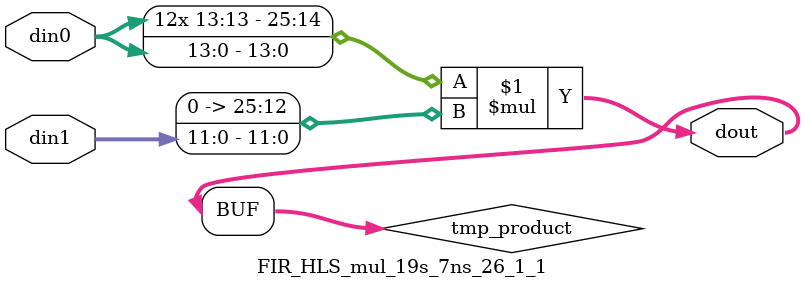
<source format=v>

`timescale 1 ns / 1 ps

 module FIR_HLS_mul_19s_7ns_26_1_1(din0, din1, dout);
parameter ID = 1;
parameter NUM_STAGE = 0;
parameter din0_WIDTH = 14;
parameter din1_WIDTH = 12;
parameter dout_WIDTH = 26;

input [din0_WIDTH - 1 : 0] din0; 
input [din1_WIDTH - 1 : 0] din1; 
output [dout_WIDTH - 1 : 0] dout;

wire signed [dout_WIDTH - 1 : 0] tmp_product;


























assign tmp_product = $signed(din0) * $signed({1'b0, din1});









assign dout = tmp_product;





















endmodule

</source>
